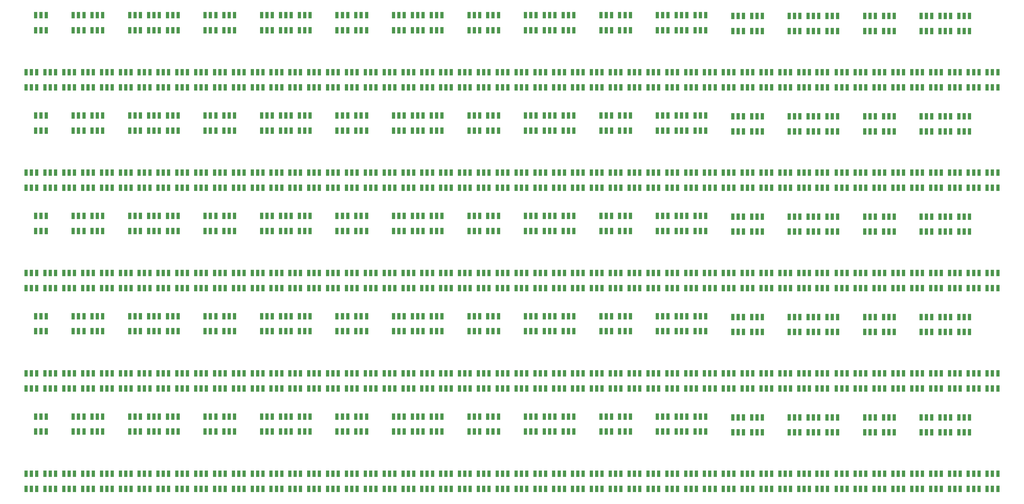
<source format=gbr>
G04 #@! TF.GenerationSoftware,KiCad,Pcbnew,(5.1.5)-3*
G04 #@! TF.CreationDate,2020-04-14T19:59:01+09:00*
G04 #@! TF.ProjectId,APA102_MENZUKE5_base,41504131-3032-45f4-9d45-4e5a554b4535,rev?*
G04 #@! TF.SameCoordinates,Original*
G04 #@! TF.FileFunction,Paste,Top*
G04 #@! TF.FilePolarity,Positive*
%FSLAX46Y46*%
G04 Gerber Fmt 4.6, Leading zero omitted, Abs format (unit mm)*
G04 Created by KiCad (PCBNEW (5.1.5)-3) date 2020-04-14 19:59:01*
%MOMM*%
%LPD*%
G04 APERTURE LIST*
%ADD10R,1.100000X2.000000*%
G04 APERTURE END LIST*
D10*
X135300000Y-195900000D03*
X137000000Y-195900000D03*
X138700000Y-195900000D03*
X138700000Y-191100000D03*
X137000000Y-191100000D03*
X135300000Y-191100000D03*
X51300000Y-191100000D03*
X53000000Y-191100000D03*
X54700000Y-191100000D03*
X54700000Y-195900000D03*
X53000000Y-195900000D03*
X51300000Y-195900000D03*
X51300000Y-159100000D03*
X53000000Y-159100000D03*
X54700000Y-159100000D03*
X54700000Y-163900000D03*
X53000000Y-163900000D03*
X51300000Y-163900000D03*
X51300000Y-127100000D03*
X53000000Y-127100000D03*
X54700000Y-127100000D03*
X54700000Y-131900000D03*
X53000000Y-131900000D03*
X51300000Y-131900000D03*
X51300000Y-95100000D03*
X53000000Y-95100000D03*
X54700000Y-95100000D03*
X54700000Y-99900000D03*
X53000000Y-99900000D03*
X51300000Y-99900000D03*
X57300000Y-191100000D03*
X59000000Y-191100000D03*
X60700000Y-191100000D03*
X60700000Y-195900000D03*
X59000000Y-195900000D03*
X57300000Y-195900000D03*
X57300000Y-159100000D03*
X59000000Y-159100000D03*
X60700000Y-159100000D03*
X60700000Y-163900000D03*
X59000000Y-163900000D03*
X57300000Y-163900000D03*
X57300000Y-127100000D03*
X59000000Y-127100000D03*
X60700000Y-127100000D03*
X60700000Y-131900000D03*
X59000000Y-131900000D03*
X57300000Y-131900000D03*
X57300000Y-95100000D03*
X59000000Y-95100000D03*
X60700000Y-95100000D03*
X60700000Y-99900000D03*
X59000000Y-99900000D03*
X57300000Y-99900000D03*
X66300000Y-172850000D03*
X68000000Y-172850000D03*
X69700000Y-172850000D03*
X69700000Y-177650000D03*
X68000000Y-177650000D03*
X66300000Y-177650000D03*
X66300000Y-140850000D03*
X68000000Y-140850000D03*
X69700000Y-140850000D03*
X69700000Y-145650000D03*
X68000000Y-145650000D03*
X66300000Y-145650000D03*
X66300000Y-108850000D03*
X68000000Y-108850000D03*
X69700000Y-108850000D03*
X69700000Y-113650000D03*
X68000000Y-113650000D03*
X66300000Y-113650000D03*
X66300000Y-76850000D03*
X68000000Y-76850000D03*
X69700000Y-76850000D03*
X69700000Y-81650000D03*
X68000000Y-81650000D03*
X66300000Y-81650000D03*
X81300000Y-191100000D03*
X83000000Y-191100000D03*
X84700000Y-191100000D03*
X84700000Y-195900000D03*
X83000000Y-195900000D03*
X81300000Y-195900000D03*
X81300000Y-159100000D03*
X83000000Y-159100000D03*
X84700000Y-159100000D03*
X84700000Y-163900000D03*
X83000000Y-163900000D03*
X81300000Y-163900000D03*
X81300000Y-127100000D03*
X83000000Y-127100000D03*
X84700000Y-127100000D03*
X84700000Y-131900000D03*
X83000000Y-131900000D03*
X81300000Y-131900000D03*
X81300000Y-95100000D03*
X83000000Y-95100000D03*
X84700000Y-95100000D03*
X84700000Y-99900000D03*
X83000000Y-99900000D03*
X81300000Y-99900000D03*
X96300000Y-177650000D03*
X98000000Y-177650000D03*
X99700000Y-177650000D03*
X99700000Y-172850000D03*
X98000000Y-172850000D03*
X96300000Y-172850000D03*
X96300000Y-145650000D03*
X98000000Y-145650000D03*
X99700000Y-145650000D03*
X99700000Y-140850000D03*
X98000000Y-140850000D03*
X96300000Y-140850000D03*
X96300000Y-113650000D03*
X98000000Y-113650000D03*
X99700000Y-113650000D03*
X99700000Y-108850000D03*
X98000000Y-108850000D03*
X96300000Y-108850000D03*
X96300000Y-81650000D03*
X98000000Y-81650000D03*
X99700000Y-81650000D03*
X99700000Y-76850000D03*
X98000000Y-76850000D03*
X96300000Y-76850000D03*
X111300000Y-195900000D03*
X113000000Y-195900000D03*
X114700000Y-195900000D03*
X114700000Y-191100000D03*
X113000000Y-191100000D03*
X111300000Y-191100000D03*
X111300000Y-163900000D03*
X113000000Y-163900000D03*
X114700000Y-163900000D03*
X114700000Y-159100000D03*
X113000000Y-159100000D03*
X111300000Y-159100000D03*
X111300000Y-131900000D03*
X113000000Y-131900000D03*
X114700000Y-131900000D03*
X114700000Y-127100000D03*
X113000000Y-127100000D03*
X111300000Y-127100000D03*
X111300000Y-99900000D03*
X113000000Y-99900000D03*
X114700000Y-99900000D03*
X114700000Y-95100000D03*
X113000000Y-95100000D03*
X111300000Y-95100000D03*
X138300000Y-172850000D03*
X140000000Y-172850000D03*
X141700000Y-172850000D03*
X141700000Y-177650000D03*
X140000000Y-177650000D03*
X138300000Y-177650000D03*
X138300000Y-140850000D03*
X140000000Y-140850000D03*
X141700000Y-140850000D03*
X141700000Y-145650000D03*
X140000000Y-145650000D03*
X138300000Y-145650000D03*
X138300000Y-108850000D03*
X140000000Y-108850000D03*
X141700000Y-108850000D03*
X141700000Y-113650000D03*
X140000000Y-113650000D03*
X138300000Y-113650000D03*
X138300000Y-76850000D03*
X140000000Y-76850000D03*
X141700000Y-76850000D03*
X141700000Y-81650000D03*
X140000000Y-81650000D03*
X138300000Y-81650000D03*
X168300000Y-172850000D03*
X170000000Y-172850000D03*
X171700000Y-172850000D03*
X171700000Y-177650000D03*
X170000000Y-177650000D03*
X168300000Y-177650000D03*
X168300000Y-140850000D03*
X170000000Y-140850000D03*
X171700000Y-140850000D03*
X171700000Y-145650000D03*
X170000000Y-145650000D03*
X168300000Y-145650000D03*
X168300000Y-108850000D03*
X170000000Y-108850000D03*
X171700000Y-108850000D03*
X171700000Y-113650000D03*
X170000000Y-113650000D03*
X168300000Y-113650000D03*
X168300000Y-76850000D03*
X170000000Y-76850000D03*
X171700000Y-76850000D03*
X171700000Y-81650000D03*
X170000000Y-81650000D03*
X168300000Y-81650000D03*
X177300000Y-195900000D03*
X179000000Y-195900000D03*
X180700000Y-195900000D03*
X180700000Y-191100000D03*
X179000000Y-191100000D03*
X177300000Y-191100000D03*
X177300000Y-163900000D03*
X179000000Y-163900000D03*
X180700000Y-163900000D03*
X180700000Y-159100000D03*
X179000000Y-159100000D03*
X177300000Y-159100000D03*
X177300000Y-131900000D03*
X179000000Y-131900000D03*
X180700000Y-131900000D03*
X180700000Y-127100000D03*
X179000000Y-127100000D03*
X177300000Y-127100000D03*
X177300000Y-99900000D03*
X179000000Y-99900000D03*
X180700000Y-99900000D03*
X180700000Y-95100000D03*
X179000000Y-95100000D03*
X177300000Y-95100000D03*
X150300000Y-177650000D03*
X152000000Y-177650000D03*
X153700000Y-177650000D03*
X153700000Y-172850000D03*
X152000000Y-172850000D03*
X150300000Y-172850000D03*
X150300000Y-145650000D03*
X152000000Y-145650000D03*
X153700000Y-145650000D03*
X153700000Y-140850000D03*
X152000000Y-140850000D03*
X150300000Y-140850000D03*
X150300000Y-113650000D03*
X152000000Y-113650000D03*
X153700000Y-113650000D03*
X153700000Y-108850000D03*
X152000000Y-108850000D03*
X150300000Y-108850000D03*
X150300000Y-81650000D03*
X152000000Y-81650000D03*
X153700000Y-81650000D03*
X153700000Y-76850000D03*
X152000000Y-76850000D03*
X150300000Y-76850000D03*
X156300000Y-177650000D03*
X158000000Y-177650000D03*
X159700000Y-177650000D03*
X159700000Y-172850000D03*
X158000000Y-172850000D03*
X156300000Y-172850000D03*
X156300000Y-145650000D03*
X158000000Y-145650000D03*
X159700000Y-145650000D03*
X159700000Y-140850000D03*
X158000000Y-140850000D03*
X156300000Y-140850000D03*
X156300000Y-113650000D03*
X158000000Y-113650000D03*
X159700000Y-113650000D03*
X159700000Y-108850000D03*
X158000000Y-108850000D03*
X156300000Y-108850000D03*
X156300000Y-81650000D03*
X158000000Y-81650000D03*
X159700000Y-81650000D03*
X159700000Y-76850000D03*
X158000000Y-76850000D03*
X156300000Y-76850000D03*
X54300000Y-177650000D03*
X56000000Y-177650000D03*
X57700000Y-177650000D03*
X57700000Y-172850000D03*
X56000000Y-172850000D03*
X54300000Y-172850000D03*
X54300000Y-145650000D03*
X56000000Y-145650000D03*
X57700000Y-145650000D03*
X57700000Y-140850000D03*
X56000000Y-140850000D03*
X54300000Y-140850000D03*
X54300000Y-113650000D03*
X56000000Y-113650000D03*
X57700000Y-113650000D03*
X57700000Y-108850000D03*
X56000000Y-108850000D03*
X54300000Y-108850000D03*
X54300000Y-81650000D03*
X56000000Y-81650000D03*
X57700000Y-81650000D03*
X57700000Y-76850000D03*
X56000000Y-76850000D03*
X54300000Y-76850000D03*
X63300000Y-195900000D03*
X65000000Y-195900000D03*
X66700000Y-195900000D03*
X66700000Y-191100000D03*
X65000000Y-191100000D03*
X63300000Y-191100000D03*
X63300000Y-163900000D03*
X65000000Y-163900000D03*
X66700000Y-163900000D03*
X66700000Y-159100000D03*
X65000000Y-159100000D03*
X63300000Y-159100000D03*
X63300000Y-131900000D03*
X65000000Y-131900000D03*
X66700000Y-131900000D03*
X66700000Y-127100000D03*
X65000000Y-127100000D03*
X63300000Y-127100000D03*
X63300000Y-99900000D03*
X65000000Y-99900000D03*
X66700000Y-99900000D03*
X66700000Y-95100000D03*
X65000000Y-95100000D03*
X63300000Y-95100000D03*
X87300000Y-195900000D03*
X89000000Y-195900000D03*
X90700000Y-195900000D03*
X90700000Y-191100000D03*
X89000000Y-191100000D03*
X87300000Y-191100000D03*
X87300000Y-163900000D03*
X89000000Y-163900000D03*
X90700000Y-163900000D03*
X90700000Y-159100000D03*
X89000000Y-159100000D03*
X87300000Y-159100000D03*
X87300000Y-131900000D03*
X89000000Y-131900000D03*
X90700000Y-131900000D03*
X90700000Y-127100000D03*
X89000000Y-127100000D03*
X87300000Y-127100000D03*
X87300000Y-99900000D03*
X89000000Y-99900000D03*
X90700000Y-99900000D03*
X90700000Y-95100000D03*
X89000000Y-95100000D03*
X87300000Y-95100000D03*
X108300000Y-172850000D03*
X110000000Y-172850000D03*
X111700000Y-172850000D03*
X111700000Y-177650000D03*
X110000000Y-177650000D03*
X108300000Y-177650000D03*
X108300000Y-140850000D03*
X110000000Y-140850000D03*
X111700000Y-140850000D03*
X111700000Y-145650000D03*
X110000000Y-145650000D03*
X108300000Y-145650000D03*
X108300000Y-108850000D03*
X110000000Y-108850000D03*
X111700000Y-108850000D03*
X111700000Y-113650000D03*
X110000000Y-113650000D03*
X108300000Y-113650000D03*
X108300000Y-76850000D03*
X110000000Y-76850000D03*
X111700000Y-76850000D03*
X111700000Y-81650000D03*
X110000000Y-81650000D03*
X108300000Y-81650000D03*
X147300000Y-191100000D03*
X149000000Y-191100000D03*
X150700000Y-191100000D03*
X150700000Y-195900000D03*
X149000000Y-195900000D03*
X147300000Y-195900000D03*
X147300000Y-159100000D03*
X149000000Y-159100000D03*
X150700000Y-159100000D03*
X150700000Y-163900000D03*
X149000000Y-163900000D03*
X147300000Y-163900000D03*
X147300000Y-127100000D03*
X149000000Y-127100000D03*
X150700000Y-127100000D03*
X150700000Y-131900000D03*
X149000000Y-131900000D03*
X147300000Y-131900000D03*
X147300000Y-95100000D03*
X149000000Y-95100000D03*
X150700000Y-95100000D03*
X150700000Y-99900000D03*
X149000000Y-99900000D03*
X147300000Y-99900000D03*
X171300000Y-195900000D03*
X173000000Y-195900000D03*
X174700000Y-195900000D03*
X174700000Y-191100000D03*
X173000000Y-191100000D03*
X171300000Y-191100000D03*
X171300000Y-163900000D03*
X173000000Y-163900000D03*
X174700000Y-163900000D03*
X174700000Y-159100000D03*
X173000000Y-159100000D03*
X171300000Y-159100000D03*
X171300000Y-131900000D03*
X173000000Y-131900000D03*
X174700000Y-131900000D03*
X174700000Y-127100000D03*
X173000000Y-127100000D03*
X171300000Y-127100000D03*
X171300000Y-99900000D03*
X173000000Y-99900000D03*
X174700000Y-99900000D03*
X174700000Y-95100000D03*
X173000000Y-95100000D03*
X171300000Y-95100000D03*
X126300000Y-172850000D03*
X128000000Y-172850000D03*
X129700000Y-172850000D03*
X129700000Y-177650000D03*
X128000000Y-177650000D03*
X126300000Y-177650000D03*
X126300000Y-140850000D03*
X128000000Y-140850000D03*
X129700000Y-140850000D03*
X129700000Y-145650000D03*
X128000000Y-145650000D03*
X126300000Y-145650000D03*
X126300000Y-108850000D03*
X128000000Y-108850000D03*
X129700000Y-108850000D03*
X129700000Y-113650000D03*
X128000000Y-113650000D03*
X126300000Y-113650000D03*
X126300000Y-76850000D03*
X128000000Y-76850000D03*
X129700000Y-76850000D03*
X129700000Y-81650000D03*
X128000000Y-81650000D03*
X126300000Y-81650000D03*
X141300000Y-195900000D03*
X143000000Y-195900000D03*
X144700000Y-195900000D03*
X144700000Y-191100000D03*
X143000000Y-191100000D03*
X141300000Y-191100000D03*
X141300000Y-163900000D03*
X143000000Y-163900000D03*
X144700000Y-163900000D03*
X144700000Y-159100000D03*
X143000000Y-159100000D03*
X141300000Y-159100000D03*
X141300000Y-131900000D03*
X143000000Y-131900000D03*
X144700000Y-131900000D03*
X144700000Y-127100000D03*
X143000000Y-127100000D03*
X141300000Y-127100000D03*
X141300000Y-99900000D03*
X143000000Y-99900000D03*
X144700000Y-99900000D03*
X144700000Y-95100000D03*
X143000000Y-95100000D03*
X141300000Y-95100000D03*
X105300000Y-195900000D03*
X107000000Y-195900000D03*
X108700000Y-195900000D03*
X108700000Y-191100000D03*
X107000000Y-191100000D03*
X105300000Y-191100000D03*
X105300000Y-163900000D03*
X107000000Y-163900000D03*
X108700000Y-163900000D03*
X108700000Y-159100000D03*
X107000000Y-159100000D03*
X105300000Y-159100000D03*
X105300000Y-131900000D03*
X107000000Y-131900000D03*
X108700000Y-131900000D03*
X108700000Y-127100000D03*
X107000000Y-127100000D03*
X105300000Y-127100000D03*
X105300000Y-99900000D03*
X107000000Y-99900000D03*
X108700000Y-99900000D03*
X108700000Y-95100000D03*
X107000000Y-95100000D03*
X105300000Y-95100000D03*
X129300000Y-195900000D03*
X131000000Y-195900000D03*
X132700000Y-195900000D03*
X132700000Y-191100000D03*
X131000000Y-191100000D03*
X129300000Y-191100000D03*
X129300000Y-163900000D03*
X131000000Y-163900000D03*
X132700000Y-163900000D03*
X132700000Y-159100000D03*
X131000000Y-159100000D03*
X129300000Y-159100000D03*
X129300000Y-131900000D03*
X131000000Y-131900000D03*
X132700000Y-131900000D03*
X132700000Y-127100000D03*
X131000000Y-127100000D03*
X129300000Y-127100000D03*
X129300000Y-99900000D03*
X131000000Y-99900000D03*
X132700000Y-99900000D03*
X132700000Y-95100000D03*
X131000000Y-95100000D03*
X129300000Y-95100000D03*
X75300000Y-195900000D03*
X77000000Y-195900000D03*
X78700000Y-195900000D03*
X78700000Y-191100000D03*
X77000000Y-191100000D03*
X75300000Y-191100000D03*
X75300000Y-163900000D03*
X77000000Y-163900000D03*
X78700000Y-163900000D03*
X78700000Y-159100000D03*
X77000000Y-159100000D03*
X75300000Y-159100000D03*
X75300000Y-131900000D03*
X77000000Y-131900000D03*
X78700000Y-131900000D03*
X78700000Y-127100000D03*
X77000000Y-127100000D03*
X75300000Y-127100000D03*
X75300000Y-99900000D03*
X77000000Y-99900000D03*
X78700000Y-99900000D03*
X78700000Y-95100000D03*
X77000000Y-95100000D03*
X75300000Y-95100000D03*
X93300000Y-191100000D03*
X95000000Y-191100000D03*
X96700000Y-191100000D03*
X96700000Y-195900000D03*
X95000000Y-195900000D03*
X93300000Y-195900000D03*
X93300000Y-159100000D03*
X95000000Y-159100000D03*
X96700000Y-159100000D03*
X96700000Y-163900000D03*
X95000000Y-163900000D03*
X93300000Y-163900000D03*
X93300000Y-127100000D03*
X95000000Y-127100000D03*
X96700000Y-127100000D03*
X96700000Y-131900000D03*
X95000000Y-131900000D03*
X93300000Y-131900000D03*
X93300000Y-95100000D03*
X95000000Y-95100000D03*
X96700000Y-95100000D03*
X96700000Y-99900000D03*
X95000000Y-99900000D03*
X93300000Y-99900000D03*
X183300000Y-195900000D03*
X185000000Y-195900000D03*
X186700000Y-195900000D03*
X186700000Y-191100000D03*
X185000000Y-191100000D03*
X183300000Y-191100000D03*
X183300000Y-163900000D03*
X185000000Y-163900000D03*
X186700000Y-163900000D03*
X186700000Y-159100000D03*
X185000000Y-159100000D03*
X183300000Y-159100000D03*
X183300000Y-131900000D03*
X185000000Y-131900000D03*
X186700000Y-131900000D03*
X186700000Y-127100000D03*
X185000000Y-127100000D03*
X183300000Y-127100000D03*
X183300000Y-99900000D03*
X185000000Y-99900000D03*
X186700000Y-99900000D03*
X186700000Y-95100000D03*
X185000000Y-95100000D03*
X183300000Y-95100000D03*
X135300000Y-163900000D03*
X137000000Y-163900000D03*
X138700000Y-163900000D03*
X138700000Y-159100000D03*
X137000000Y-159100000D03*
X135300000Y-159100000D03*
X135300000Y-131900000D03*
X137000000Y-131900000D03*
X138700000Y-131900000D03*
X138700000Y-127100000D03*
X137000000Y-127100000D03*
X135300000Y-127100000D03*
X135300000Y-99900000D03*
X137000000Y-99900000D03*
X138700000Y-99900000D03*
X138700000Y-95100000D03*
X137000000Y-95100000D03*
X135300000Y-95100000D03*
X159300000Y-191100000D03*
X161000000Y-191100000D03*
X162700000Y-191100000D03*
X162700000Y-195900000D03*
X161000000Y-195900000D03*
X159300000Y-195900000D03*
X159300000Y-159100000D03*
X161000000Y-159100000D03*
X162700000Y-159100000D03*
X162700000Y-163900000D03*
X161000000Y-163900000D03*
X159300000Y-163900000D03*
X159300000Y-127100000D03*
X161000000Y-127100000D03*
X162700000Y-127100000D03*
X162700000Y-131900000D03*
X161000000Y-131900000D03*
X159300000Y-131900000D03*
X159300000Y-95100000D03*
X161000000Y-95100000D03*
X162700000Y-95100000D03*
X162700000Y-99900000D03*
X161000000Y-99900000D03*
X159300000Y-99900000D03*
X165300000Y-195900000D03*
X167000000Y-195900000D03*
X168700000Y-195900000D03*
X168700000Y-191100000D03*
X167000000Y-191100000D03*
X165300000Y-191100000D03*
X165300000Y-163900000D03*
X167000000Y-163900000D03*
X168700000Y-163900000D03*
X168700000Y-159100000D03*
X167000000Y-159100000D03*
X165300000Y-159100000D03*
X165300000Y-131900000D03*
X167000000Y-131900000D03*
X168700000Y-131900000D03*
X168700000Y-127100000D03*
X167000000Y-127100000D03*
X165300000Y-127100000D03*
X165300000Y-99900000D03*
X167000000Y-99900000D03*
X168700000Y-99900000D03*
X168700000Y-95100000D03*
X167000000Y-95100000D03*
X165300000Y-95100000D03*
X174300000Y-172850000D03*
X176000000Y-172850000D03*
X177700000Y-172850000D03*
X177700000Y-177650000D03*
X176000000Y-177650000D03*
X174300000Y-177650000D03*
X174300000Y-140850000D03*
X176000000Y-140850000D03*
X177700000Y-140850000D03*
X177700000Y-145650000D03*
X176000000Y-145650000D03*
X174300000Y-145650000D03*
X174300000Y-108850000D03*
X176000000Y-108850000D03*
X177700000Y-108850000D03*
X177700000Y-113650000D03*
X176000000Y-113650000D03*
X174300000Y-113650000D03*
X174300000Y-76850000D03*
X176000000Y-76850000D03*
X177700000Y-76850000D03*
X177700000Y-81650000D03*
X176000000Y-81650000D03*
X174300000Y-81650000D03*
X114300000Y-172850000D03*
X116000000Y-172850000D03*
X117700000Y-172850000D03*
X117700000Y-177650000D03*
X116000000Y-177650000D03*
X114300000Y-177650000D03*
X114300000Y-140850000D03*
X116000000Y-140850000D03*
X117700000Y-140850000D03*
X117700000Y-145650000D03*
X116000000Y-145650000D03*
X114300000Y-145650000D03*
X114300000Y-108850000D03*
X116000000Y-108850000D03*
X117700000Y-108850000D03*
X117700000Y-113650000D03*
X116000000Y-113650000D03*
X114300000Y-113650000D03*
X114300000Y-76850000D03*
X116000000Y-76850000D03*
X117700000Y-76850000D03*
X117700000Y-81650000D03*
X116000000Y-81650000D03*
X114300000Y-81650000D03*
X180300000Y-172850000D03*
X182000000Y-172850000D03*
X183700000Y-172850000D03*
X183700000Y-177650000D03*
X182000000Y-177650000D03*
X180300000Y-177650000D03*
X180300000Y-140850000D03*
X182000000Y-140850000D03*
X183700000Y-140850000D03*
X183700000Y-145650000D03*
X182000000Y-145650000D03*
X180300000Y-145650000D03*
X180300000Y-108850000D03*
X182000000Y-108850000D03*
X183700000Y-108850000D03*
X183700000Y-113650000D03*
X182000000Y-113650000D03*
X180300000Y-113650000D03*
X180300000Y-76850000D03*
X182000000Y-76850000D03*
X183700000Y-76850000D03*
X183700000Y-81650000D03*
X182000000Y-81650000D03*
X180300000Y-81650000D03*
X72300000Y-172850000D03*
X74000000Y-172850000D03*
X75700000Y-172850000D03*
X75700000Y-177650000D03*
X74000000Y-177650000D03*
X72300000Y-177650000D03*
X72300000Y-140850000D03*
X74000000Y-140850000D03*
X75700000Y-140850000D03*
X75700000Y-145650000D03*
X74000000Y-145650000D03*
X72300000Y-145650000D03*
X72300000Y-108850000D03*
X74000000Y-108850000D03*
X75700000Y-108850000D03*
X75700000Y-113650000D03*
X74000000Y-113650000D03*
X72300000Y-113650000D03*
X72300000Y-76850000D03*
X74000000Y-76850000D03*
X75700000Y-76850000D03*
X75700000Y-81650000D03*
X74000000Y-81650000D03*
X72300000Y-81650000D03*
X84300000Y-177650000D03*
X86000000Y-177650000D03*
X87700000Y-177650000D03*
X87700000Y-172850000D03*
X86000000Y-172850000D03*
X84300000Y-172850000D03*
X84300000Y-145650000D03*
X86000000Y-145650000D03*
X87700000Y-145650000D03*
X87700000Y-140850000D03*
X86000000Y-140850000D03*
X84300000Y-140850000D03*
X84300000Y-113650000D03*
X86000000Y-113650000D03*
X87700000Y-113650000D03*
X87700000Y-108850000D03*
X86000000Y-108850000D03*
X84300000Y-108850000D03*
X84300000Y-81650000D03*
X86000000Y-81650000D03*
X87700000Y-81650000D03*
X87700000Y-76850000D03*
X86000000Y-76850000D03*
X84300000Y-76850000D03*
X90300000Y-177650000D03*
X92000000Y-177650000D03*
X93700000Y-177650000D03*
X93700000Y-172850000D03*
X92000000Y-172850000D03*
X90300000Y-172850000D03*
X90300000Y-145650000D03*
X92000000Y-145650000D03*
X93700000Y-145650000D03*
X93700000Y-140850000D03*
X92000000Y-140850000D03*
X90300000Y-140850000D03*
X90300000Y-113650000D03*
X92000000Y-113650000D03*
X93700000Y-113650000D03*
X93700000Y-108850000D03*
X92000000Y-108850000D03*
X90300000Y-108850000D03*
X90300000Y-81650000D03*
X92000000Y-81650000D03*
X93700000Y-81650000D03*
X93700000Y-76850000D03*
X92000000Y-76850000D03*
X90300000Y-76850000D03*
X132300000Y-172850000D03*
X134000000Y-172850000D03*
X135700000Y-172850000D03*
X135700000Y-177650000D03*
X134000000Y-177650000D03*
X132300000Y-177650000D03*
X132300000Y-140850000D03*
X134000000Y-140850000D03*
X135700000Y-140850000D03*
X135700000Y-145650000D03*
X134000000Y-145650000D03*
X132300000Y-145650000D03*
X132300000Y-108850000D03*
X134000000Y-108850000D03*
X135700000Y-108850000D03*
X135700000Y-113650000D03*
X134000000Y-113650000D03*
X132300000Y-113650000D03*
X132300000Y-76850000D03*
X134000000Y-76850000D03*
X135700000Y-76850000D03*
X135700000Y-81650000D03*
X134000000Y-81650000D03*
X132300000Y-81650000D03*
X153300000Y-191100000D03*
X155000000Y-191100000D03*
X156700000Y-191100000D03*
X156700000Y-195900000D03*
X155000000Y-195900000D03*
X153300000Y-195900000D03*
X153300000Y-159100000D03*
X155000000Y-159100000D03*
X156700000Y-159100000D03*
X156700000Y-163900000D03*
X155000000Y-163900000D03*
X153300000Y-163900000D03*
X153300000Y-127100000D03*
X155000000Y-127100000D03*
X156700000Y-127100000D03*
X156700000Y-131900000D03*
X155000000Y-131900000D03*
X153300000Y-131900000D03*
X153300000Y-95100000D03*
X155000000Y-95100000D03*
X156700000Y-95100000D03*
X156700000Y-99900000D03*
X155000000Y-99900000D03*
X153300000Y-99900000D03*
X99300000Y-191100000D03*
X101000000Y-191100000D03*
X102700000Y-191100000D03*
X102700000Y-195900000D03*
X101000000Y-195900000D03*
X99300000Y-195900000D03*
X99300000Y-159100000D03*
X101000000Y-159100000D03*
X102700000Y-159100000D03*
X102700000Y-163900000D03*
X101000000Y-163900000D03*
X99300000Y-163900000D03*
X99300000Y-127100000D03*
X101000000Y-127100000D03*
X102700000Y-127100000D03*
X102700000Y-131900000D03*
X101000000Y-131900000D03*
X99300000Y-131900000D03*
X99300000Y-95100000D03*
X101000000Y-95100000D03*
X102700000Y-95100000D03*
X102700000Y-99900000D03*
X101000000Y-99900000D03*
X99300000Y-99900000D03*
X69300000Y-195900000D03*
X71000000Y-195900000D03*
X72700000Y-195900000D03*
X72700000Y-191100000D03*
X71000000Y-191100000D03*
X69300000Y-191100000D03*
X69300000Y-163900000D03*
X71000000Y-163900000D03*
X72700000Y-163900000D03*
X72700000Y-159100000D03*
X71000000Y-159100000D03*
X69300000Y-159100000D03*
X69300000Y-131900000D03*
X71000000Y-131900000D03*
X72700000Y-131900000D03*
X72700000Y-127100000D03*
X71000000Y-127100000D03*
X69300000Y-127100000D03*
X69300000Y-99900000D03*
X71000000Y-99900000D03*
X72700000Y-99900000D03*
X72700000Y-95100000D03*
X71000000Y-95100000D03*
X69300000Y-95100000D03*
X123300000Y-191100000D03*
X125000000Y-191100000D03*
X126700000Y-191100000D03*
X126700000Y-195900000D03*
X125000000Y-195900000D03*
X123300000Y-195900000D03*
X123300000Y-159100000D03*
X125000000Y-159100000D03*
X126700000Y-159100000D03*
X126700000Y-163900000D03*
X125000000Y-163900000D03*
X123300000Y-163900000D03*
X123300000Y-127100000D03*
X125000000Y-127100000D03*
X126700000Y-127100000D03*
X126700000Y-131900000D03*
X125000000Y-131900000D03*
X123300000Y-131900000D03*
X123300000Y-95100000D03*
X125000000Y-95100000D03*
X126700000Y-95100000D03*
X126700000Y-99900000D03*
X125000000Y-99900000D03*
X123300000Y-99900000D03*
X117300000Y-195900000D03*
X119000000Y-195900000D03*
X120700000Y-195900000D03*
X120700000Y-191100000D03*
X119000000Y-191100000D03*
X117300000Y-191100000D03*
X117300000Y-163900000D03*
X119000000Y-163900000D03*
X120700000Y-163900000D03*
X120700000Y-159100000D03*
X119000000Y-159100000D03*
X117300000Y-159100000D03*
X117300000Y-131900000D03*
X119000000Y-131900000D03*
X120700000Y-131900000D03*
X120700000Y-127100000D03*
X119000000Y-127100000D03*
X117300000Y-127100000D03*
X117300000Y-99900000D03*
X119000000Y-99900000D03*
X120700000Y-99900000D03*
X120700000Y-95100000D03*
X119000000Y-95100000D03*
X117300000Y-95100000D03*
X189300000Y-191100000D03*
X191000000Y-191100000D03*
X192700000Y-191100000D03*
X192700000Y-195900000D03*
X191000000Y-195900000D03*
X189300000Y-195900000D03*
X189300000Y-159100000D03*
X191000000Y-159100000D03*
X192700000Y-159100000D03*
X192700000Y-163900000D03*
X191000000Y-163900000D03*
X189300000Y-163900000D03*
X189300000Y-127100000D03*
X191000000Y-127100000D03*
X192700000Y-127100000D03*
X192700000Y-131900000D03*
X191000000Y-131900000D03*
X189300000Y-131900000D03*
X189300000Y-95100000D03*
X191000000Y-95100000D03*
X192700000Y-95100000D03*
X192700000Y-99900000D03*
X191000000Y-99900000D03*
X189300000Y-99900000D03*
X231300000Y-191100000D03*
X233000000Y-191100000D03*
X234700000Y-191100000D03*
X234700000Y-195900000D03*
X233000000Y-195900000D03*
X231300000Y-195900000D03*
X231300000Y-159100000D03*
X233000000Y-159100000D03*
X234700000Y-159100000D03*
X234700000Y-163900000D03*
X233000000Y-163900000D03*
X231300000Y-163900000D03*
X231300000Y-127100000D03*
X233000000Y-127100000D03*
X234700000Y-127100000D03*
X234700000Y-131900000D03*
X233000000Y-131900000D03*
X231300000Y-131900000D03*
X231300000Y-95100000D03*
X233000000Y-95100000D03*
X234700000Y-95100000D03*
X234700000Y-99900000D03*
X233000000Y-99900000D03*
X231300000Y-99900000D03*
X192300000Y-177650000D03*
X194000000Y-177650000D03*
X195700000Y-177650000D03*
X195700000Y-172850000D03*
X194000000Y-172850000D03*
X192300000Y-172850000D03*
X192300000Y-145650000D03*
X194000000Y-145650000D03*
X195700000Y-145650000D03*
X195700000Y-140850000D03*
X194000000Y-140850000D03*
X192300000Y-140850000D03*
X192300000Y-113650000D03*
X194000000Y-113650000D03*
X195700000Y-113650000D03*
X195700000Y-108850000D03*
X194000000Y-108850000D03*
X192300000Y-108850000D03*
X192300000Y-81650000D03*
X194000000Y-81650000D03*
X195700000Y-81650000D03*
X195700000Y-76850000D03*
X194000000Y-76850000D03*
X192300000Y-76850000D03*
X237300000Y-191100000D03*
X239000000Y-191100000D03*
X240700000Y-191100000D03*
X240700000Y-195900000D03*
X239000000Y-195900000D03*
X237300000Y-195900000D03*
X237300000Y-159100000D03*
X239000000Y-159100000D03*
X240700000Y-159100000D03*
X240700000Y-163900000D03*
X239000000Y-163900000D03*
X237300000Y-163900000D03*
X237300000Y-127100000D03*
X239000000Y-127100000D03*
X240700000Y-127100000D03*
X240700000Y-131900000D03*
X239000000Y-131900000D03*
X237300000Y-131900000D03*
X237300000Y-95100000D03*
X239000000Y-95100000D03*
X240700000Y-95100000D03*
X240700000Y-99900000D03*
X239000000Y-99900000D03*
X237300000Y-99900000D03*
X195300000Y-191100000D03*
X197000000Y-191100000D03*
X198700000Y-191100000D03*
X198700000Y-195900000D03*
X197000000Y-195900000D03*
X195300000Y-195900000D03*
X195300000Y-159100000D03*
X197000000Y-159100000D03*
X198700000Y-159100000D03*
X198700000Y-163900000D03*
X197000000Y-163900000D03*
X195300000Y-163900000D03*
X195300000Y-127100000D03*
X197000000Y-127100000D03*
X198700000Y-127100000D03*
X198700000Y-131900000D03*
X197000000Y-131900000D03*
X195300000Y-131900000D03*
X195300000Y-95100000D03*
X197000000Y-95100000D03*
X198700000Y-95100000D03*
X198700000Y-99900000D03*
X197000000Y-99900000D03*
X195300000Y-99900000D03*
X198300000Y-177650000D03*
X200000000Y-177650000D03*
X201700000Y-177650000D03*
X201700000Y-172850000D03*
X200000000Y-172850000D03*
X198300000Y-172850000D03*
X198300000Y-145650000D03*
X200000000Y-145650000D03*
X201700000Y-145650000D03*
X201700000Y-140850000D03*
X200000000Y-140850000D03*
X198300000Y-140850000D03*
X198300000Y-113650000D03*
X200000000Y-113650000D03*
X201700000Y-113650000D03*
X201700000Y-108850000D03*
X200000000Y-108850000D03*
X198300000Y-108850000D03*
X198300000Y-81650000D03*
X200000000Y-81650000D03*
X201700000Y-81650000D03*
X201700000Y-76850000D03*
X200000000Y-76850000D03*
X198300000Y-76850000D03*
X201300000Y-191100000D03*
X203000000Y-191100000D03*
X204700000Y-191100000D03*
X204700000Y-195900000D03*
X203000000Y-195900000D03*
X201300000Y-195900000D03*
X201300000Y-159100000D03*
X203000000Y-159100000D03*
X204700000Y-159100000D03*
X204700000Y-163900000D03*
X203000000Y-163900000D03*
X201300000Y-163900000D03*
X201300000Y-127100000D03*
X203000000Y-127100000D03*
X204700000Y-127100000D03*
X204700000Y-131900000D03*
X203000000Y-131900000D03*
X201300000Y-131900000D03*
X201300000Y-95100000D03*
X203000000Y-95100000D03*
X204700000Y-95100000D03*
X204700000Y-99900000D03*
X203000000Y-99900000D03*
X201300000Y-99900000D03*
X207300000Y-191100000D03*
X209000000Y-191100000D03*
X210700000Y-191100000D03*
X210700000Y-195900000D03*
X209000000Y-195900000D03*
X207300000Y-195900000D03*
X207300000Y-159100000D03*
X209000000Y-159100000D03*
X210700000Y-159100000D03*
X210700000Y-163900000D03*
X209000000Y-163900000D03*
X207300000Y-163900000D03*
X207300000Y-127100000D03*
X209000000Y-127100000D03*
X210700000Y-127100000D03*
X210700000Y-131900000D03*
X209000000Y-131900000D03*
X207300000Y-131900000D03*
X207300000Y-95100000D03*
X209000000Y-95100000D03*
X210700000Y-95100000D03*
X210700000Y-99900000D03*
X209000000Y-99900000D03*
X207300000Y-99900000D03*
X210300000Y-172850000D03*
X212000000Y-172850000D03*
X213700000Y-172850000D03*
X213700000Y-177650000D03*
X212000000Y-177650000D03*
X210300000Y-177650000D03*
X210300000Y-140850000D03*
X212000000Y-140850000D03*
X213700000Y-140850000D03*
X213700000Y-145650000D03*
X212000000Y-145650000D03*
X210300000Y-145650000D03*
X210300000Y-108850000D03*
X212000000Y-108850000D03*
X213700000Y-108850000D03*
X213700000Y-113650000D03*
X212000000Y-113650000D03*
X210300000Y-113650000D03*
X210300000Y-76850000D03*
X212000000Y-76850000D03*
X213700000Y-76850000D03*
X213700000Y-81650000D03*
X212000000Y-81650000D03*
X210300000Y-81650000D03*
X240300000Y-177650000D03*
X242000000Y-177650000D03*
X243700000Y-177650000D03*
X243700000Y-172850000D03*
X242000000Y-172850000D03*
X240300000Y-172850000D03*
X240300000Y-145650000D03*
X242000000Y-145650000D03*
X243700000Y-145650000D03*
X243700000Y-140850000D03*
X242000000Y-140850000D03*
X240300000Y-140850000D03*
X240300000Y-113650000D03*
X242000000Y-113650000D03*
X243700000Y-113650000D03*
X243700000Y-108850000D03*
X242000000Y-108850000D03*
X240300000Y-108850000D03*
X240300000Y-81650000D03*
X242000000Y-81650000D03*
X243700000Y-81650000D03*
X243700000Y-76850000D03*
X242000000Y-76850000D03*
X240300000Y-76850000D03*
X213300000Y-195900000D03*
X215000000Y-195900000D03*
X216700000Y-195900000D03*
X216700000Y-191100000D03*
X215000000Y-191100000D03*
X213300000Y-191100000D03*
X213300000Y-163900000D03*
X215000000Y-163900000D03*
X216700000Y-163900000D03*
X216700000Y-159100000D03*
X215000000Y-159100000D03*
X213300000Y-159100000D03*
X213300000Y-131900000D03*
X215000000Y-131900000D03*
X216700000Y-131900000D03*
X216700000Y-127100000D03*
X215000000Y-127100000D03*
X213300000Y-127100000D03*
X213300000Y-99900000D03*
X215000000Y-99900000D03*
X216700000Y-99900000D03*
X216700000Y-95100000D03*
X215000000Y-95100000D03*
X213300000Y-95100000D03*
X249300000Y-195900000D03*
X251000000Y-195900000D03*
X252700000Y-195900000D03*
X252700000Y-191100000D03*
X251000000Y-191100000D03*
X249300000Y-191100000D03*
X249300000Y-163900000D03*
X251000000Y-163900000D03*
X252700000Y-163900000D03*
X252700000Y-159100000D03*
X251000000Y-159100000D03*
X249300000Y-159100000D03*
X249300000Y-131900000D03*
X251000000Y-131900000D03*
X252700000Y-131900000D03*
X252700000Y-127100000D03*
X251000000Y-127100000D03*
X249300000Y-127100000D03*
X249300000Y-99900000D03*
X251000000Y-99900000D03*
X252700000Y-99900000D03*
X252700000Y-95100000D03*
X251000000Y-95100000D03*
X249300000Y-95100000D03*
X216300000Y-172850000D03*
X218000000Y-172850000D03*
X219700000Y-172850000D03*
X219700000Y-177650000D03*
X218000000Y-177650000D03*
X216300000Y-177650000D03*
X216300000Y-140850000D03*
X218000000Y-140850000D03*
X219700000Y-140850000D03*
X219700000Y-145650000D03*
X218000000Y-145650000D03*
X216300000Y-145650000D03*
X216300000Y-108850000D03*
X218000000Y-108850000D03*
X219700000Y-108850000D03*
X219700000Y-113650000D03*
X218000000Y-113650000D03*
X216300000Y-113650000D03*
X216300000Y-76850000D03*
X218000000Y-76850000D03*
X219700000Y-76850000D03*
X219700000Y-81650000D03*
X218000000Y-81650000D03*
X216300000Y-81650000D03*
X225300000Y-195900000D03*
X227000000Y-195900000D03*
X228700000Y-195900000D03*
X228700000Y-191100000D03*
X227000000Y-191100000D03*
X225300000Y-191100000D03*
X225300000Y-163900000D03*
X227000000Y-163900000D03*
X228700000Y-163900000D03*
X228700000Y-159100000D03*
X227000000Y-159100000D03*
X225300000Y-159100000D03*
X225300000Y-131900000D03*
X227000000Y-131900000D03*
X228700000Y-131900000D03*
X228700000Y-127100000D03*
X227000000Y-127100000D03*
X225300000Y-127100000D03*
X225300000Y-99900000D03*
X227000000Y-99900000D03*
X228700000Y-99900000D03*
X228700000Y-95100000D03*
X227000000Y-95100000D03*
X225300000Y-95100000D03*
X219300000Y-195900000D03*
X221000000Y-195900000D03*
X222700000Y-195900000D03*
X222700000Y-191100000D03*
X221000000Y-191100000D03*
X219300000Y-191100000D03*
X219300000Y-163900000D03*
X221000000Y-163900000D03*
X222700000Y-163900000D03*
X222700000Y-159100000D03*
X221000000Y-159100000D03*
X219300000Y-159100000D03*
X219300000Y-131900000D03*
X221000000Y-131900000D03*
X222700000Y-131900000D03*
X222700000Y-127100000D03*
X221000000Y-127100000D03*
X219300000Y-127100000D03*
X219300000Y-99900000D03*
X221000000Y-99900000D03*
X222700000Y-99900000D03*
X222700000Y-95100000D03*
X221000000Y-95100000D03*
X219300000Y-95100000D03*
X222300000Y-172850000D03*
X224000000Y-172850000D03*
X225700000Y-172850000D03*
X225700000Y-177650000D03*
X224000000Y-177650000D03*
X222300000Y-177650000D03*
X222300000Y-140850000D03*
X224000000Y-140850000D03*
X225700000Y-140850000D03*
X225700000Y-145650000D03*
X224000000Y-145650000D03*
X222300000Y-145650000D03*
X222300000Y-108850000D03*
X224000000Y-108850000D03*
X225700000Y-108850000D03*
X225700000Y-113650000D03*
X224000000Y-113650000D03*
X222300000Y-113650000D03*
X222300000Y-76850000D03*
X224000000Y-76850000D03*
X225700000Y-76850000D03*
X225700000Y-81650000D03*
X224000000Y-81650000D03*
X222300000Y-81650000D03*
X234300000Y-177650000D03*
X236000000Y-177650000D03*
X237700000Y-177650000D03*
X237700000Y-172850000D03*
X236000000Y-172850000D03*
X234300000Y-172850000D03*
X234300000Y-145650000D03*
X236000000Y-145650000D03*
X237700000Y-145650000D03*
X237700000Y-140850000D03*
X236000000Y-140850000D03*
X234300000Y-140850000D03*
X234300000Y-113650000D03*
X236000000Y-113650000D03*
X237700000Y-113650000D03*
X237700000Y-108850000D03*
X236000000Y-108850000D03*
X234300000Y-108850000D03*
X234300000Y-81650000D03*
X236000000Y-81650000D03*
X237700000Y-81650000D03*
X237700000Y-76850000D03*
X236000000Y-76850000D03*
X234300000Y-76850000D03*
X252300000Y-172850000D03*
X254000000Y-172850000D03*
X255700000Y-172850000D03*
X255700000Y-177650000D03*
X254000000Y-177650000D03*
X252300000Y-177650000D03*
X252300000Y-140850000D03*
X254000000Y-140850000D03*
X255700000Y-140850000D03*
X255700000Y-145650000D03*
X254000000Y-145650000D03*
X252300000Y-145650000D03*
X252300000Y-108850000D03*
X254000000Y-108850000D03*
X255700000Y-108850000D03*
X255700000Y-113650000D03*
X254000000Y-113650000D03*
X252300000Y-113650000D03*
X252300000Y-76850000D03*
X254000000Y-76850000D03*
X255700000Y-76850000D03*
X255700000Y-81650000D03*
X254000000Y-81650000D03*
X252300000Y-81650000D03*
X243300000Y-195900000D03*
X245000000Y-195900000D03*
X246700000Y-195900000D03*
X246700000Y-191100000D03*
X245000000Y-191100000D03*
X243300000Y-191100000D03*
X243300000Y-163900000D03*
X245000000Y-163900000D03*
X246700000Y-163900000D03*
X246700000Y-159100000D03*
X245000000Y-159100000D03*
X243300000Y-159100000D03*
X243300000Y-131900000D03*
X245000000Y-131900000D03*
X246700000Y-131900000D03*
X246700000Y-127100000D03*
X245000000Y-127100000D03*
X243300000Y-127100000D03*
X243300000Y-99900000D03*
X245000000Y-99900000D03*
X246700000Y-99900000D03*
X246700000Y-95100000D03*
X245000000Y-95100000D03*
X243300000Y-95100000D03*
X261300000Y-195900000D03*
X263000000Y-195900000D03*
X264700000Y-195900000D03*
X264700000Y-191100000D03*
X263000000Y-191100000D03*
X261300000Y-191100000D03*
X261300000Y-163900000D03*
X263000000Y-163900000D03*
X264700000Y-163900000D03*
X264700000Y-159100000D03*
X263000000Y-159100000D03*
X261300000Y-159100000D03*
X261300000Y-131900000D03*
X263000000Y-131900000D03*
X264700000Y-131900000D03*
X264700000Y-127100000D03*
X263000000Y-127100000D03*
X261300000Y-127100000D03*
X261300000Y-99900000D03*
X263000000Y-99900000D03*
X264700000Y-99900000D03*
X264700000Y-95100000D03*
X263000000Y-95100000D03*
X261300000Y-95100000D03*
X267300000Y-195900000D03*
X269000000Y-195900000D03*
X270700000Y-195900000D03*
X270700000Y-191100000D03*
X269000000Y-191100000D03*
X267300000Y-191100000D03*
X267300000Y-163900000D03*
X269000000Y-163900000D03*
X270700000Y-163900000D03*
X270700000Y-159100000D03*
X269000000Y-159100000D03*
X267300000Y-159100000D03*
X267300000Y-131900000D03*
X269000000Y-131900000D03*
X270700000Y-131900000D03*
X270700000Y-127100000D03*
X269000000Y-127100000D03*
X267300000Y-127100000D03*
X267300000Y-99900000D03*
X269000000Y-99900000D03*
X270700000Y-99900000D03*
X270700000Y-95100000D03*
X269000000Y-95100000D03*
X267300000Y-95100000D03*
X273300000Y-191100000D03*
X275000000Y-191100000D03*
X276700000Y-191100000D03*
X276700000Y-195900000D03*
X275000000Y-195900000D03*
X273300000Y-195900000D03*
X273300000Y-159100000D03*
X275000000Y-159100000D03*
X276700000Y-159100000D03*
X276700000Y-163900000D03*
X275000000Y-163900000D03*
X273300000Y-163900000D03*
X273300000Y-127100000D03*
X275000000Y-127100000D03*
X276700000Y-127100000D03*
X276700000Y-131900000D03*
X275000000Y-131900000D03*
X273300000Y-131900000D03*
X273300000Y-95100000D03*
X275000000Y-95100000D03*
X276700000Y-95100000D03*
X276700000Y-99900000D03*
X275000000Y-99900000D03*
X273300000Y-99900000D03*
X279300000Y-191100000D03*
X281000000Y-191100000D03*
X282700000Y-191100000D03*
X282700000Y-195900000D03*
X281000000Y-195900000D03*
X279300000Y-195900000D03*
X279300000Y-159100000D03*
X281000000Y-159100000D03*
X282700000Y-159100000D03*
X282700000Y-163900000D03*
X281000000Y-163900000D03*
X279300000Y-163900000D03*
X279300000Y-127100000D03*
X281000000Y-127100000D03*
X282700000Y-127100000D03*
X282700000Y-131900000D03*
X281000000Y-131900000D03*
X279300000Y-131900000D03*
X279300000Y-95100000D03*
X281000000Y-95100000D03*
X282700000Y-95100000D03*
X282700000Y-99900000D03*
X281000000Y-99900000D03*
X279300000Y-99900000D03*
X291300000Y-191100000D03*
X293000000Y-191100000D03*
X294700000Y-191100000D03*
X294700000Y-195900000D03*
X293000000Y-195900000D03*
X291300000Y-195900000D03*
X291300000Y-159100000D03*
X293000000Y-159100000D03*
X294700000Y-159100000D03*
X294700000Y-163900000D03*
X293000000Y-163900000D03*
X291300000Y-163900000D03*
X291300000Y-127100000D03*
X293000000Y-127100000D03*
X294700000Y-127100000D03*
X294700000Y-131900000D03*
X293000000Y-131900000D03*
X291300000Y-131900000D03*
X291300000Y-95100000D03*
X293000000Y-95100000D03*
X294700000Y-95100000D03*
X294700000Y-99900000D03*
X293000000Y-99900000D03*
X291300000Y-99900000D03*
X306300000Y-177900000D03*
X308000000Y-177900000D03*
X309700000Y-177900000D03*
X309700000Y-173100000D03*
X308000000Y-173100000D03*
X306300000Y-173100000D03*
X306300000Y-145900000D03*
X308000000Y-145900000D03*
X309700000Y-145900000D03*
X309700000Y-141100000D03*
X308000000Y-141100000D03*
X306300000Y-141100000D03*
X306300000Y-113900000D03*
X308000000Y-113900000D03*
X309700000Y-113900000D03*
X309700000Y-109100000D03*
X308000000Y-109100000D03*
X306300000Y-109100000D03*
X306300000Y-81900000D03*
X308000000Y-81900000D03*
X309700000Y-81900000D03*
X309700000Y-77100000D03*
X308000000Y-77100000D03*
X306300000Y-77100000D03*
X342300000Y-177900000D03*
X344000000Y-177900000D03*
X345700000Y-177900000D03*
X345700000Y-173100000D03*
X344000000Y-173100000D03*
X342300000Y-173100000D03*
X342300000Y-145900000D03*
X344000000Y-145900000D03*
X345700000Y-145900000D03*
X345700000Y-141100000D03*
X344000000Y-141100000D03*
X342300000Y-141100000D03*
X342300000Y-113900000D03*
X344000000Y-113900000D03*
X345700000Y-113900000D03*
X345700000Y-109100000D03*
X344000000Y-109100000D03*
X342300000Y-109100000D03*
X342300000Y-81900000D03*
X344000000Y-81900000D03*
X345700000Y-81900000D03*
X345700000Y-77100000D03*
X344000000Y-77100000D03*
X342300000Y-77100000D03*
X315300000Y-195900000D03*
X317000000Y-195900000D03*
X318700000Y-195900000D03*
X318700000Y-191100000D03*
X317000000Y-191100000D03*
X315300000Y-191100000D03*
X315300000Y-163900000D03*
X317000000Y-163900000D03*
X318700000Y-163900000D03*
X318700000Y-159100000D03*
X317000000Y-159100000D03*
X315300000Y-159100000D03*
X315300000Y-131900000D03*
X317000000Y-131900000D03*
X318700000Y-131900000D03*
X318700000Y-127100000D03*
X317000000Y-127100000D03*
X315300000Y-127100000D03*
X315300000Y-99900000D03*
X317000000Y-99900000D03*
X318700000Y-99900000D03*
X318700000Y-95100000D03*
X317000000Y-95100000D03*
X315300000Y-95100000D03*
X336300000Y-177900000D03*
X338000000Y-177900000D03*
X339700000Y-177900000D03*
X339700000Y-173100000D03*
X338000000Y-173100000D03*
X336300000Y-173100000D03*
X336300000Y-145900000D03*
X338000000Y-145900000D03*
X339700000Y-145900000D03*
X339700000Y-141100000D03*
X338000000Y-141100000D03*
X336300000Y-141100000D03*
X336300000Y-113900000D03*
X338000000Y-113900000D03*
X339700000Y-113900000D03*
X339700000Y-109100000D03*
X338000000Y-109100000D03*
X336300000Y-109100000D03*
X336300000Y-81900000D03*
X338000000Y-81900000D03*
X339700000Y-81900000D03*
X339700000Y-77100000D03*
X338000000Y-77100000D03*
X336300000Y-77100000D03*
X258300000Y-172850000D03*
X260000000Y-172850000D03*
X261700000Y-172850000D03*
X261700000Y-177650000D03*
X260000000Y-177650000D03*
X258300000Y-177650000D03*
X258300000Y-140850000D03*
X260000000Y-140850000D03*
X261700000Y-140850000D03*
X261700000Y-145650000D03*
X260000000Y-145650000D03*
X258300000Y-145650000D03*
X258300000Y-108850000D03*
X260000000Y-108850000D03*
X261700000Y-108850000D03*
X261700000Y-113650000D03*
X260000000Y-113650000D03*
X258300000Y-113650000D03*
X258300000Y-76850000D03*
X260000000Y-76850000D03*
X261700000Y-76850000D03*
X261700000Y-81650000D03*
X260000000Y-81650000D03*
X258300000Y-81650000D03*
X321300000Y-195900000D03*
X323000000Y-195900000D03*
X324700000Y-195900000D03*
X324700000Y-191100000D03*
X323000000Y-191100000D03*
X321300000Y-191100000D03*
X321300000Y-163900000D03*
X323000000Y-163900000D03*
X324700000Y-163900000D03*
X324700000Y-159100000D03*
X323000000Y-159100000D03*
X321300000Y-159100000D03*
X321300000Y-131900000D03*
X323000000Y-131900000D03*
X324700000Y-131900000D03*
X324700000Y-127100000D03*
X323000000Y-127100000D03*
X321300000Y-127100000D03*
X321300000Y-99900000D03*
X323000000Y-99900000D03*
X324700000Y-99900000D03*
X324700000Y-95100000D03*
X323000000Y-95100000D03*
X321300000Y-95100000D03*
X285300000Y-195900000D03*
X287000000Y-195900000D03*
X288700000Y-195900000D03*
X288700000Y-191100000D03*
X287000000Y-191100000D03*
X285300000Y-191100000D03*
X285300000Y-163900000D03*
X287000000Y-163900000D03*
X288700000Y-163900000D03*
X288700000Y-159100000D03*
X287000000Y-159100000D03*
X285300000Y-159100000D03*
X285300000Y-131900000D03*
X287000000Y-131900000D03*
X288700000Y-131900000D03*
X288700000Y-127100000D03*
X287000000Y-127100000D03*
X285300000Y-127100000D03*
X285300000Y-99900000D03*
X287000000Y-99900000D03*
X288700000Y-99900000D03*
X288700000Y-95100000D03*
X287000000Y-95100000D03*
X285300000Y-95100000D03*
X294300000Y-177900000D03*
X296000000Y-177900000D03*
X297700000Y-177900000D03*
X297700000Y-173100000D03*
X296000000Y-173100000D03*
X294300000Y-173100000D03*
X294300000Y-145900000D03*
X296000000Y-145900000D03*
X297700000Y-145900000D03*
X297700000Y-141100000D03*
X296000000Y-141100000D03*
X294300000Y-141100000D03*
X294300000Y-113900000D03*
X296000000Y-113900000D03*
X297700000Y-113900000D03*
X297700000Y-109100000D03*
X296000000Y-109100000D03*
X294300000Y-109100000D03*
X294300000Y-81900000D03*
X296000000Y-81900000D03*
X297700000Y-81900000D03*
X297700000Y-77100000D03*
X296000000Y-77100000D03*
X294300000Y-77100000D03*
X297300000Y-191100000D03*
X299000000Y-191100000D03*
X300700000Y-191100000D03*
X300700000Y-195900000D03*
X299000000Y-195900000D03*
X297300000Y-195900000D03*
X297300000Y-159100000D03*
X299000000Y-159100000D03*
X300700000Y-159100000D03*
X300700000Y-163900000D03*
X299000000Y-163900000D03*
X297300000Y-163900000D03*
X297300000Y-127100000D03*
X299000000Y-127100000D03*
X300700000Y-127100000D03*
X300700000Y-131900000D03*
X299000000Y-131900000D03*
X297300000Y-131900000D03*
X297300000Y-95100000D03*
X299000000Y-95100000D03*
X300700000Y-95100000D03*
X300700000Y-99900000D03*
X299000000Y-99900000D03*
X297300000Y-99900000D03*
X303050000Y-191100000D03*
X304750000Y-191100000D03*
X306450000Y-191100000D03*
X306450000Y-195900000D03*
X304750000Y-195900000D03*
X303050000Y-195900000D03*
X303050000Y-159100000D03*
X304750000Y-159100000D03*
X306450000Y-159100000D03*
X306450000Y-163900000D03*
X304750000Y-163900000D03*
X303050000Y-163900000D03*
X303050000Y-127100000D03*
X304750000Y-127100000D03*
X306450000Y-127100000D03*
X306450000Y-131900000D03*
X304750000Y-131900000D03*
X303050000Y-131900000D03*
X303050000Y-95100000D03*
X304750000Y-95100000D03*
X306450000Y-95100000D03*
X306450000Y-99900000D03*
X304750000Y-99900000D03*
X303050000Y-99900000D03*
X309300000Y-191100000D03*
X311000000Y-191100000D03*
X312700000Y-191100000D03*
X312700000Y-195900000D03*
X311000000Y-195900000D03*
X309300000Y-195900000D03*
X309300000Y-159100000D03*
X311000000Y-159100000D03*
X312700000Y-159100000D03*
X312700000Y-163900000D03*
X311000000Y-163900000D03*
X309300000Y-163900000D03*
X309300000Y-127100000D03*
X311000000Y-127100000D03*
X312700000Y-127100000D03*
X312700000Y-131900000D03*
X311000000Y-131900000D03*
X309300000Y-131900000D03*
X309300000Y-95100000D03*
X311000000Y-95100000D03*
X312700000Y-95100000D03*
X312700000Y-99900000D03*
X311000000Y-99900000D03*
X309300000Y-99900000D03*
X324300000Y-173100000D03*
X326000000Y-173100000D03*
X327700000Y-173100000D03*
X327700000Y-177900000D03*
X326000000Y-177900000D03*
X324300000Y-177900000D03*
X324300000Y-141100000D03*
X326000000Y-141100000D03*
X327700000Y-141100000D03*
X327700000Y-145900000D03*
X326000000Y-145900000D03*
X324300000Y-145900000D03*
X324300000Y-109100000D03*
X326000000Y-109100000D03*
X327700000Y-109100000D03*
X327700000Y-113900000D03*
X326000000Y-113900000D03*
X324300000Y-113900000D03*
X324300000Y-77100000D03*
X326000000Y-77100000D03*
X327700000Y-77100000D03*
X327700000Y-81900000D03*
X326000000Y-81900000D03*
X324300000Y-81900000D03*
X348300000Y-177900000D03*
X350000000Y-177900000D03*
X351700000Y-177900000D03*
X351700000Y-173100000D03*
X350000000Y-173100000D03*
X348300000Y-173100000D03*
X348300000Y-145900000D03*
X350000000Y-145900000D03*
X351700000Y-145900000D03*
X351700000Y-141100000D03*
X350000000Y-141100000D03*
X348300000Y-141100000D03*
X348300000Y-113900000D03*
X350000000Y-113900000D03*
X351700000Y-113900000D03*
X351700000Y-109100000D03*
X350000000Y-109100000D03*
X348300000Y-109100000D03*
X348300000Y-81900000D03*
X350000000Y-81900000D03*
X351700000Y-81900000D03*
X351700000Y-77100000D03*
X350000000Y-77100000D03*
X348300000Y-77100000D03*
X345300000Y-191100000D03*
X347000000Y-191100000D03*
X348700000Y-191100000D03*
X348700000Y-195900000D03*
X347000000Y-195900000D03*
X345300000Y-195900000D03*
X345300000Y-159100000D03*
X347000000Y-159100000D03*
X348700000Y-159100000D03*
X348700000Y-163900000D03*
X347000000Y-163900000D03*
X345300000Y-163900000D03*
X345300000Y-127100000D03*
X347000000Y-127100000D03*
X348700000Y-127100000D03*
X348700000Y-131900000D03*
X347000000Y-131900000D03*
X345300000Y-131900000D03*
X345300000Y-95100000D03*
X347000000Y-95100000D03*
X348700000Y-95100000D03*
X348700000Y-99900000D03*
X347000000Y-99900000D03*
X345300000Y-99900000D03*
X327300000Y-195900000D03*
X329000000Y-195900000D03*
X330700000Y-195900000D03*
X330700000Y-191100000D03*
X329000000Y-191100000D03*
X327300000Y-191100000D03*
X327300000Y-163900000D03*
X329000000Y-163900000D03*
X330700000Y-163900000D03*
X330700000Y-159100000D03*
X329000000Y-159100000D03*
X327300000Y-159100000D03*
X327300000Y-131900000D03*
X329000000Y-131900000D03*
X330700000Y-131900000D03*
X330700000Y-127100000D03*
X329000000Y-127100000D03*
X327300000Y-127100000D03*
X327300000Y-99900000D03*
X329000000Y-99900000D03*
X330700000Y-99900000D03*
X330700000Y-95100000D03*
X329000000Y-95100000D03*
X327300000Y-95100000D03*
X333300000Y-191100000D03*
X335000000Y-191100000D03*
X336700000Y-191100000D03*
X336700000Y-195900000D03*
X335000000Y-195900000D03*
X333300000Y-195900000D03*
X333300000Y-159100000D03*
X335000000Y-159100000D03*
X336700000Y-159100000D03*
X336700000Y-163900000D03*
X335000000Y-163900000D03*
X333300000Y-163900000D03*
X333300000Y-127100000D03*
X335000000Y-127100000D03*
X336700000Y-127100000D03*
X336700000Y-131900000D03*
X335000000Y-131900000D03*
X333300000Y-131900000D03*
X333300000Y-95100000D03*
X335000000Y-95100000D03*
X336700000Y-95100000D03*
X336700000Y-99900000D03*
X335000000Y-99900000D03*
X333300000Y-99900000D03*
X255300000Y-195900000D03*
X257000000Y-195900000D03*
X258700000Y-195900000D03*
X258700000Y-191100000D03*
X257000000Y-191100000D03*
X255300000Y-191100000D03*
X255300000Y-163900000D03*
X257000000Y-163900000D03*
X258700000Y-163900000D03*
X258700000Y-159100000D03*
X257000000Y-159100000D03*
X255300000Y-159100000D03*
X255300000Y-131900000D03*
X257000000Y-131900000D03*
X258700000Y-131900000D03*
X258700000Y-127100000D03*
X257000000Y-127100000D03*
X255300000Y-127100000D03*
X255300000Y-99900000D03*
X257000000Y-99900000D03*
X258700000Y-99900000D03*
X258700000Y-95100000D03*
X257000000Y-95100000D03*
X255300000Y-95100000D03*
X264300000Y-172850000D03*
X266000000Y-172850000D03*
X267700000Y-172850000D03*
X267700000Y-177650000D03*
X266000000Y-177650000D03*
X264300000Y-177650000D03*
X264300000Y-140850000D03*
X266000000Y-140850000D03*
X267700000Y-140850000D03*
X267700000Y-145650000D03*
X266000000Y-145650000D03*
X264300000Y-145650000D03*
X264300000Y-108850000D03*
X266000000Y-108850000D03*
X267700000Y-108850000D03*
X267700000Y-113650000D03*
X266000000Y-113650000D03*
X264300000Y-113650000D03*
X264300000Y-76850000D03*
X266000000Y-76850000D03*
X267700000Y-76850000D03*
X267700000Y-81650000D03*
X266000000Y-81650000D03*
X264300000Y-81650000D03*
X339300000Y-191100000D03*
X341000000Y-191100000D03*
X342700000Y-191100000D03*
X342700000Y-195900000D03*
X341000000Y-195900000D03*
X339300000Y-195900000D03*
X339300000Y-159100000D03*
X341000000Y-159100000D03*
X342700000Y-159100000D03*
X342700000Y-163900000D03*
X341000000Y-163900000D03*
X339300000Y-163900000D03*
X339300000Y-127100000D03*
X341000000Y-127100000D03*
X342700000Y-127100000D03*
X342700000Y-131900000D03*
X341000000Y-131900000D03*
X339300000Y-131900000D03*
X339300000Y-95100000D03*
X341000000Y-95100000D03*
X342700000Y-95100000D03*
X342700000Y-99900000D03*
X341000000Y-99900000D03*
X339300000Y-99900000D03*
X276300000Y-177900000D03*
X278000000Y-177900000D03*
X279700000Y-177900000D03*
X279700000Y-173100000D03*
X278000000Y-173100000D03*
X276300000Y-173100000D03*
X276300000Y-145900000D03*
X278000000Y-145900000D03*
X279700000Y-145900000D03*
X279700000Y-141100000D03*
X278000000Y-141100000D03*
X276300000Y-141100000D03*
X276300000Y-113900000D03*
X278000000Y-113900000D03*
X279700000Y-113900000D03*
X279700000Y-109100000D03*
X278000000Y-109100000D03*
X276300000Y-109100000D03*
X276300000Y-81900000D03*
X278000000Y-81900000D03*
X279700000Y-81900000D03*
X279700000Y-77100000D03*
X278000000Y-77100000D03*
X276300000Y-77100000D03*
X282300000Y-173100000D03*
X284000000Y-173100000D03*
X285700000Y-173100000D03*
X285700000Y-177900000D03*
X284000000Y-177900000D03*
X282300000Y-177900000D03*
X282300000Y-141100000D03*
X284000000Y-141100000D03*
X285700000Y-141100000D03*
X285700000Y-145900000D03*
X284000000Y-145900000D03*
X282300000Y-145900000D03*
X282300000Y-109100000D03*
X284000000Y-109100000D03*
X285700000Y-109100000D03*
X285700000Y-113900000D03*
X284000000Y-113900000D03*
X282300000Y-113900000D03*
X282300000Y-77100000D03*
X284000000Y-77100000D03*
X285700000Y-77100000D03*
X285700000Y-81900000D03*
X284000000Y-81900000D03*
X282300000Y-81900000D03*
X300300000Y-177900000D03*
X302000000Y-177900000D03*
X303700000Y-177900000D03*
X303700000Y-173100000D03*
X302000000Y-173100000D03*
X300300000Y-173100000D03*
X300300000Y-145900000D03*
X302000000Y-145900000D03*
X303700000Y-145900000D03*
X303700000Y-141100000D03*
X302000000Y-141100000D03*
X300300000Y-141100000D03*
X300300000Y-113900000D03*
X302000000Y-113900000D03*
X303700000Y-113900000D03*
X303700000Y-109100000D03*
X302000000Y-109100000D03*
X300300000Y-109100000D03*
X300300000Y-81900000D03*
X302000000Y-81900000D03*
X303700000Y-81900000D03*
X303700000Y-77100000D03*
X302000000Y-77100000D03*
X300300000Y-77100000D03*
X318300000Y-177900000D03*
X320000000Y-177900000D03*
X321700000Y-177900000D03*
X321700000Y-173100000D03*
X320000000Y-173100000D03*
X318300000Y-173100000D03*
X318300000Y-145900000D03*
X320000000Y-145900000D03*
X321700000Y-145900000D03*
X321700000Y-141100000D03*
X320000000Y-141100000D03*
X318300000Y-141100000D03*
X318300000Y-113900000D03*
X320000000Y-113900000D03*
X321700000Y-113900000D03*
X321700000Y-109100000D03*
X320000000Y-109100000D03*
X318300000Y-109100000D03*
X318300000Y-81900000D03*
X320000000Y-81900000D03*
X321700000Y-81900000D03*
X321700000Y-77100000D03*
X320000000Y-77100000D03*
X318300000Y-77100000D03*
X357300000Y-191100000D03*
X359000000Y-191100000D03*
X360700000Y-191100000D03*
X360700000Y-195900000D03*
X359000000Y-195900000D03*
X357300000Y-195900000D03*
X357300000Y-159100000D03*
X359000000Y-159100000D03*
X360700000Y-159100000D03*
X360700000Y-163900000D03*
X359000000Y-163900000D03*
X357300000Y-163900000D03*
X357300000Y-127100000D03*
X359000000Y-127100000D03*
X360700000Y-127100000D03*
X360700000Y-131900000D03*
X359000000Y-131900000D03*
X357300000Y-131900000D03*
X357300000Y-95100000D03*
X359000000Y-95100000D03*
X360700000Y-95100000D03*
X360700000Y-99900000D03*
X359000000Y-99900000D03*
X357300000Y-99900000D03*
X351300000Y-191100000D03*
X353000000Y-191100000D03*
X354700000Y-191100000D03*
X354700000Y-195900000D03*
X353000000Y-195900000D03*
X351300000Y-195900000D03*
X351300000Y-159100000D03*
X353000000Y-159100000D03*
X354700000Y-159100000D03*
X354700000Y-163900000D03*
X353000000Y-163900000D03*
X351300000Y-163900000D03*
X351300000Y-127100000D03*
X353000000Y-127100000D03*
X354700000Y-127100000D03*
X354700000Y-131900000D03*
X353000000Y-131900000D03*
X351300000Y-131900000D03*
X351300000Y-95100000D03*
X353000000Y-95100000D03*
X354700000Y-95100000D03*
X354700000Y-99900000D03*
X353000000Y-99900000D03*
X351300000Y-99900000D03*
X357300000Y-67900000D03*
X359000000Y-67900000D03*
X360700000Y-67900000D03*
X360700000Y-63100000D03*
X359000000Y-63100000D03*
X357300000Y-63100000D03*
X351300000Y-67900000D03*
X353000000Y-67900000D03*
X354700000Y-67900000D03*
X354700000Y-63100000D03*
X353000000Y-63100000D03*
X351300000Y-63100000D03*
X348300000Y-45100000D03*
X350000000Y-45100000D03*
X351700000Y-45100000D03*
X351700000Y-49900000D03*
X350000000Y-49900000D03*
X348300000Y-49900000D03*
X345300000Y-67900000D03*
X347000000Y-67900000D03*
X348700000Y-67900000D03*
X348700000Y-63100000D03*
X347000000Y-63100000D03*
X345300000Y-63100000D03*
X342300000Y-45100000D03*
X344000000Y-45100000D03*
X345700000Y-45100000D03*
X345700000Y-49900000D03*
X344000000Y-49900000D03*
X342300000Y-49900000D03*
X339300000Y-67900000D03*
X341000000Y-67900000D03*
X342700000Y-67900000D03*
X342700000Y-63100000D03*
X341000000Y-63100000D03*
X339300000Y-63100000D03*
X336300000Y-45100000D03*
X338000000Y-45100000D03*
X339700000Y-45100000D03*
X339700000Y-49900000D03*
X338000000Y-49900000D03*
X336300000Y-49900000D03*
X333300000Y-67900000D03*
X335000000Y-67900000D03*
X336700000Y-67900000D03*
X336700000Y-63100000D03*
X335000000Y-63100000D03*
X333300000Y-63100000D03*
X327300000Y-63100000D03*
X329000000Y-63100000D03*
X330700000Y-63100000D03*
X330700000Y-67900000D03*
X329000000Y-67900000D03*
X327300000Y-67900000D03*
X324300000Y-49900000D03*
X326000000Y-49900000D03*
X327700000Y-49900000D03*
X327700000Y-45100000D03*
X326000000Y-45100000D03*
X324300000Y-45100000D03*
X321300000Y-63100000D03*
X323000000Y-63100000D03*
X324700000Y-63100000D03*
X324700000Y-67900000D03*
X323000000Y-67900000D03*
X321300000Y-67900000D03*
X318300000Y-45100000D03*
X320000000Y-45100000D03*
X321700000Y-45100000D03*
X321700000Y-49900000D03*
X320000000Y-49900000D03*
X318300000Y-49900000D03*
X315300000Y-63100000D03*
X317000000Y-63100000D03*
X318700000Y-63100000D03*
X318700000Y-67900000D03*
X317000000Y-67900000D03*
X315300000Y-67900000D03*
X309300000Y-67900000D03*
X311000000Y-67900000D03*
X312700000Y-67900000D03*
X312700000Y-63100000D03*
X311000000Y-63100000D03*
X309300000Y-63100000D03*
X306300000Y-45100000D03*
X308000000Y-45100000D03*
X309700000Y-45100000D03*
X309700000Y-49900000D03*
X308000000Y-49900000D03*
X306300000Y-49900000D03*
X303050000Y-67900000D03*
X304750000Y-67900000D03*
X306450000Y-67900000D03*
X306450000Y-63100000D03*
X304750000Y-63100000D03*
X303050000Y-63100000D03*
X300300000Y-45100000D03*
X302000000Y-45100000D03*
X303700000Y-45100000D03*
X303700000Y-49900000D03*
X302000000Y-49900000D03*
X300300000Y-49900000D03*
X297300000Y-67900000D03*
X299000000Y-67900000D03*
X300700000Y-67900000D03*
X300700000Y-63100000D03*
X299000000Y-63100000D03*
X297300000Y-63100000D03*
X294300000Y-45100000D03*
X296000000Y-45100000D03*
X297700000Y-45100000D03*
X297700000Y-49900000D03*
X296000000Y-49900000D03*
X294300000Y-49900000D03*
X291300000Y-67900000D03*
X293000000Y-67900000D03*
X294700000Y-67900000D03*
X294700000Y-63100000D03*
X293000000Y-63100000D03*
X291300000Y-63100000D03*
X285300000Y-63100000D03*
X287000000Y-63100000D03*
X288700000Y-63100000D03*
X288700000Y-67900000D03*
X287000000Y-67900000D03*
X285300000Y-67900000D03*
X282300000Y-49900000D03*
X284000000Y-49900000D03*
X285700000Y-49900000D03*
X285700000Y-45100000D03*
X284000000Y-45100000D03*
X282300000Y-45100000D03*
X279300000Y-67900000D03*
X281000000Y-67900000D03*
X282700000Y-67900000D03*
X282700000Y-63100000D03*
X281000000Y-63100000D03*
X279300000Y-63100000D03*
X276300000Y-45100000D03*
X278000000Y-45100000D03*
X279700000Y-45100000D03*
X279700000Y-49900000D03*
X278000000Y-49900000D03*
X276300000Y-49900000D03*
X273300000Y-67900000D03*
X275000000Y-67900000D03*
X276700000Y-67900000D03*
X276700000Y-63100000D03*
X275000000Y-63100000D03*
X273300000Y-63100000D03*
X267300000Y-63100000D03*
X269000000Y-63100000D03*
X270700000Y-63100000D03*
X270700000Y-67900000D03*
X269000000Y-67900000D03*
X267300000Y-67900000D03*
X264300000Y-49650000D03*
X266000000Y-49650000D03*
X267700000Y-49650000D03*
X267700000Y-44850000D03*
X266000000Y-44850000D03*
X264300000Y-44850000D03*
X261300000Y-63100000D03*
X263000000Y-63100000D03*
X264700000Y-63100000D03*
X264700000Y-67900000D03*
X263000000Y-67900000D03*
X261300000Y-67900000D03*
X258300000Y-49650000D03*
X260000000Y-49650000D03*
X261700000Y-49650000D03*
X261700000Y-44850000D03*
X260000000Y-44850000D03*
X258300000Y-44850000D03*
X255300000Y-63100000D03*
X257000000Y-63100000D03*
X258700000Y-63100000D03*
X258700000Y-67900000D03*
X257000000Y-67900000D03*
X255300000Y-67900000D03*
X252300000Y-49650000D03*
X254000000Y-49650000D03*
X255700000Y-49650000D03*
X255700000Y-44850000D03*
X254000000Y-44850000D03*
X252300000Y-44850000D03*
X249300000Y-63100000D03*
X251000000Y-63100000D03*
X252700000Y-63100000D03*
X252700000Y-67900000D03*
X251000000Y-67900000D03*
X249300000Y-67900000D03*
X243300000Y-63100000D03*
X245000000Y-63100000D03*
X246700000Y-63100000D03*
X246700000Y-67900000D03*
X245000000Y-67900000D03*
X243300000Y-67900000D03*
X240300000Y-44850000D03*
X242000000Y-44850000D03*
X243700000Y-44850000D03*
X243700000Y-49650000D03*
X242000000Y-49650000D03*
X240300000Y-49650000D03*
X237300000Y-67900000D03*
X239000000Y-67900000D03*
X240700000Y-67900000D03*
X240700000Y-63100000D03*
X239000000Y-63100000D03*
X237300000Y-63100000D03*
X234300000Y-44850000D03*
X236000000Y-44850000D03*
X237700000Y-44850000D03*
X237700000Y-49650000D03*
X236000000Y-49650000D03*
X234300000Y-49650000D03*
X231300000Y-67900000D03*
X233000000Y-67900000D03*
X234700000Y-67900000D03*
X234700000Y-63100000D03*
X233000000Y-63100000D03*
X231300000Y-63100000D03*
X225300000Y-63100000D03*
X227000000Y-63100000D03*
X228700000Y-63100000D03*
X228700000Y-67900000D03*
X227000000Y-67900000D03*
X225300000Y-67900000D03*
X222300000Y-49650000D03*
X224000000Y-49650000D03*
X225700000Y-49650000D03*
X225700000Y-44850000D03*
X224000000Y-44850000D03*
X222300000Y-44850000D03*
X219300000Y-63100000D03*
X221000000Y-63100000D03*
X222700000Y-63100000D03*
X222700000Y-67900000D03*
X221000000Y-67900000D03*
X219300000Y-67900000D03*
X216300000Y-49650000D03*
X218000000Y-49650000D03*
X219700000Y-49650000D03*
X219700000Y-44850000D03*
X218000000Y-44850000D03*
X216300000Y-44850000D03*
X213300000Y-63100000D03*
X215000000Y-63100000D03*
X216700000Y-63100000D03*
X216700000Y-67900000D03*
X215000000Y-67900000D03*
X213300000Y-67900000D03*
X210300000Y-49650000D03*
X212000000Y-49650000D03*
X213700000Y-49650000D03*
X213700000Y-44850000D03*
X212000000Y-44850000D03*
X210300000Y-44850000D03*
X207300000Y-67900000D03*
X209000000Y-67900000D03*
X210700000Y-67900000D03*
X210700000Y-63100000D03*
X209000000Y-63100000D03*
X207300000Y-63100000D03*
X201300000Y-67900000D03*
X203000000Y-67900000D03*
X204700000Y-67900000D03*
X204700000Y-63100000D03*
X203000000Y-63100000D03*
X201300000Y-63100000D03*
X198300000Y-44850000D03*
X200000000Y-44850000D03*
X201700000Y-44850000D03*
X201700000Y-49650000D03*
X200000000Y-49650000D03*
X198300000Y-49650000D03*
X195300000Y-67900000D03*
X197000000Y-67900000D03*
X198700000Y-67900000D03*
X198700000Y-63100000D03*
X197000000Y-63100000D03*
X195300000Y-63100000D03*
X192300000Y-44850000D03*
X194000000Y-44850000D03*
X195700000Y-44850000D03*
X195700000Y-49650000D03*
X194000000Y-49650000D03*
X192300000Y-49650000D03*
X189300000Y-67900000D03*
X191000000Y-67900000D03*
X192700000Y-67900000D03*
X192700000Y-63100000D03*
X191000000Y-63100000D03*
X189300000Y-63100000D03*
X183300000Y-63100000D03*
X185000000Y-63100000D03*
X186700000Y-63100000D03*
X186700000Y-67900000D03*
X185000000Y-67900000D03*
X183300000Y-67900000D03*
X180300000Y-49650000D03*
X182000000Y-49650000D03*
X183700000Y-49650000D03*
X183700000Y-44850000D03*
X182000000Y-44850000D03*
X180300000Y-44850000D03*
X177300000Y-63100000D03*
X179000000Y-63100000D03*
X180700000Y-63100000D03*
X180700000Y-67900000D03*
X179000000Y-67900000D03*
X177300000Y-67900000D03*
X174300000Y-49650000D03*
X176000000Y-49650000D03*
X177700000Y-49650000D03*
X177700000Y-44850000D03*
X176000000Y-44850000D03*
X174300000Y-44850000D03*
X171300000Y-63100000D03*
X173000000Y-63100000D03*
X174700000Y-63100000D03*
X174700000Y-67900000D03*
X173000000Y-67900000D03*
X171300000Y-67900000D03*
X168300000Y-49650000D03*
X170000000Y-49650000D03*
X171700000Y-49650000D03*
X171700000Y-44850000D03*
X170000000Y-44850000D03*
X168300000Y-44850000D03*
X165300000Y-63100000D03*
X167000000Y-63100000D03*
X168700000Y-63100000D03*
X168700000Y-67900000D03*
X167000000Y-67900000D03*
X165300000Y-67900000D03*
X159300000Y-67900000D03*
X161000000Y-67900000D03*
X162700000Y-67900000D03*
X162700000Y-63100000D03*
X161000000Y-63100000D03*
X159300000Y-63100000D03*
X156300000Y-44850000D03*
X158000000Y-44850000D03*
X159700000Y-44850000D03*
X159700000Y-49650000D03*
X158000000Y-49650000D03*
X156300000Y-49650000D03*
X153300000Y-67900000D03*
X155000000Y-67900000D03*
X156700000Y-67900000D03*
X156700000Y-63100000D03*
X155000000Y-63100000D03*
X153300000Y-63100000D03*
X150300000Y-44850000D03*
X152000000Y-44850000D03*
X153700000Y-44850000D03*
X153700000Y-49650000D03*
X152000000Y-49650000D03*
X150300000Y-49650000D03*
X147300000Y-67900000D03*
X149000000Y-67900000D03*
X150700000Y-67900000D03*
X150700000Y-63100000D03*
X149000000Y-63100000D03*
X147300000Y-63100000D03*
X141300000Y-63100000D03*
X143000000Y-63100000D03*
X144700000Y-63100000D03*
X144700000Y-67900000D03*
X143000000Y-67900000D03*
X141300000Y-67900000D03*
X138300000Y-49650000D03*
X140000000Y-49650000D03*
X141700000Y-49650000D03*
X141700000Y-44850000D03*
X140000000Y-44850000D03*
X138300000Y-44850000D03*
X135300000Y-63100000D03*
X137000000Y-63100000D03*
X138700000Y-63100000D03*
X138700000Y-67900000D03*
X137000000Y-67900000D03*
X135300000Y-67900000D03*
X132300000Y-49650000D03*
X134000000Y-49650000D03*
X135700000Y-49650000D03*
X135700000Y-44850000D03*
X134000000Y-44850000D03*
X132300000Y-44850000D03*
X129300000Y-63100000D03*
X131000000Y-63100000D03*
X132700000Y-63100000D03*
X132700000Y-67900000D03*
X131000000Y-67900000D03*
X129300000Y-67900000D03*
X126300000Y-49650000D03*
X128000000Y-49650000D03*
X129700000Y-49650000D03*
X129700000Y-44850000D03*
X128000000Y-44850000D03*
X126300000Y-44850000D03*
X123300000Y-67900000D03*
X125000000Y-67900000D03*
X126700000Y-67900000D03*
X126700000Y-63100000D03*
X125000000Y-63100000D03*
X123300000Y-63100000D03*
X117300000Y-63100000D03*
X119000000Y-63100000D03*
X120700000Y-63100000D03*
X120700000Y-67900000D03*
X119000000Y-67900000D03*
X117300000Y-67900000D03*
X114300000Y-49650000D03*
X116000000Y-49650000D03*
X117700000Y-49650000D03*
X117700000Y-44850000D03*
X116000000Y-44850000D03*
X114300000Y-44850000D03*
X111300000Y-63100000D03*
X113000000Y-63100000D03*
X114700000Y-63100000D03*
X114700000Y-67900000D03*
X113000000Y-67900000D03*
X111300000Y-67900000D03*
X108300000Y-49650000D03*
X110000000Y-49650000D03*
X111700000Y-49650000D03*
X111700000Y-44850000D03*
X110000000Y-44850000D03*
X108300000Y-44850000D03*
X105300000Y-63100000D03*
X107000000Y-63100000D03*
X108700000Y-63100000D03*
X108700000Y-67900000D03*
X107000000Y-67900000D03*
X105300000Y-67900000D03*
X99300000Y-67900000D03*
X101000000Y-67900000D03*
X102700000Y-67900000D03*
X102700000Y-63100000D03*
X101000000Y-63100000D03*
X99300000Y-63100000D03*
X96300000Y-44850000D03*
X98000000Y-44850000D03*
X99700000Y-44850000D03*
X99700000Y-49650000D03*
X98000000Y-49650000D03*
X96300000Y-49650000D03*
X93300000Y-67900000D03*
X95000000Y-67900000D03*
X96700000Y-67900000D03*
X96700000Y-63100000D03*
X95000000Y-63100000D03*
X93300000Y-63100000D03*
X90300000Y-44850000D03*
X92000000Y-44850000D03*
X93700000Y-44850000D03*
X93700000Y-49650000D03*
X92000000Y-49650000D03*
X90300000Y-49650000D03*
X87300000Y-63100000D03*
X89000000Y-63100000D03*
X90700000Y-63100000D03*
X90700000Y-67900000D03*
X89000000Y-67900000D03*
X87300000Y-67900000D03*
X84300000Y-44850000D03*
X86000000Y-44850000D03*
X87700000Y-44850000D03*
X87700000Y-49650000D03*
X86000000Y-49650000D03*
X84300000Y-49650000D03*
X81300000Y-67900000D03*
X83000000Y-67900000D03*
X84700000Y-67900000D03*
X84700000Y-63100000D03*
X83000000Y-63100000D03*
X81300000Y-63100000D03*
X75300000Y-63100000D03*
X77000000Y-63100000D03*
X78700000Y-63100000D03*
X78700000Y-67900000D03*
X77000000Y-67900000D03*
X75300000Y-67900000D03*
X72300000Y-49650000D03*
X74000000Y-49650000D03*
X75700000Y-49650000D03*
X75700000Y-44850000D03*
X74000000Y-44850000D03*
X72300000Y-44850000D03*
X69300000Y-63100000D03*
X71000000Y-63100000D03*
X72700000Y-63100000D03*
X72700000Y-67900000D03*
X71000000Y-67900000D03*
X69300000Y-67900000D03*
X66300000Y-49650000D03*
X68000000Y-49650000D03*
X69700000Y-49650000D03*
X69700000Y-44850000D03*
X68000000Y-44850000D03*
X66300000Y-44850000D03*
X63300000Y-63100000D03*
X65000000Y-63100000D03*
X66700000Y-63100000D03*
X66700000Y-67900000D03*
X65000000Y-67900000D03*
X63300000Y-67900000D03*
X57300000Y-67900000D03*
X59000000Y-67900000D03*
X60700000Y-67900000D03*
X60700000Y-63100000D03*
X59000000Y-63100000D03*
X57300000Y-63100000D03*
X54300000Y-44850000D03*
X56000000Y-44850000D03*
X57700000Y-44850000D03*
X57700000Y-49650000D03*
X56000000Y-49650000D03*
X54300000Y-49650000D03*
X51300000Y-67900000D03*
X53000000Y-67900000D03*
X54700000Y-67900000D03*
X54700000Y-63100000D03*
X53000000Y-63100000D03*
X51300000Y-63100000D03*
M02*

</source>
